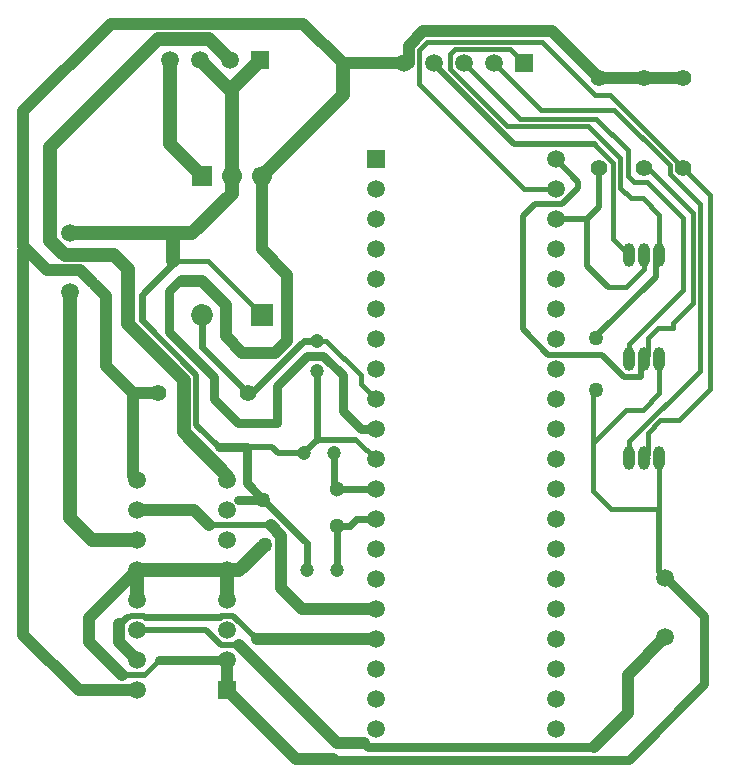
<source format=gtl>
G04*
G04 #@! TF.GenerationSoftware,Altium Limited,Altium Designer,18.0.9 (584)*
G04*
G04 Layer_Physical_Order=1*
G04 Layer_Color=255*
%FSLAX44Y44*%
%MOMM*%
G71*
G01*
G75*
%ADD12C,0.6000*%
%ADD13C,0.2540*%
%ADD29C,1.2000*%
%ADD30C,1.0000*%
%ADD31C,0.5000*%
%ADD32C,0.8000*%
%ADD33C,0.4000*%
%ADD34C,1.5000*%
%ADD35O,1.0000X2.0000*%
%ADD36O,1.0000X2.0000*%
%ADD37C,1.2000*%
%ADD38C,1.3000*%
%ADD39C,1.4000*%
%ADD40C,1.8500*%
%ADD41R,1.8500X1.8500*%
%ADD42R,1.7000X1.7000*%
%ADD43C,1.7000*%
%ADD44R,1.5000X1.5000*%
%ADD45C,1.5000*%
%ADD46R,1.5000X1.5000*%
%ADD47C,1.2700*%
D12*
X121920Y377506D02*
X122205Y377221D01*
X121920Y377506D02*
Y398310D01*
X258986Y359410D02*
X270510D01*
X214536Y314960D02*
X258986Y359410D01*
X212090Y314960D02*
X214536D01*
X172720Y354330D02*
X212090Y314960D01*
X172720Y354330D02*
Y381000D01*
X121920Y398310D02*
X149460Y425850D01*
X124414Y125730D02*
X188006D01*
X102870Y119380D02*
X109220Y125730D01*
X270510Y275590D02*
Y334010D01*
X284480Y236480D02*
Y264160D01*
X287020Y233940D02*
X319780D01*
X303530Y208280D02*
X320040D01*
X298190Y202940D02*
X303530Y208280D01*
X287020Y202940D02*
X298190D01*
X287020Y165100D02*
Y202940D01*
X261620Y165100D02*
Y187960D01*
X224790Y224790D02*
X261620Y187960D01*
D13*
X81915Y407035D02*
X83820Y408940D01*
X80010D02*
X83820D01*
X21590Y435610D02*
Y439420D01*
X284480Y236480D02*
X287020Y233940D01*
X319780D02*
X320040Y233680D01*
X472440Y462280D02*
Y468630D01*
X547370Y260350D02*
X551260D01*
X198120Y570230D02*
Y572770D01*
D29*
X204470Y165100D02*
X226060Y186690D01*
X194310Y165100D02*
X204470D01*
X292100Y567690D02*
Y594360D01*
X223520Y499110D02*
X292100Y567690D01*
X194310Y241300D02*
Y245110D01*
X157480Y281940D02*
X194310Y245110D01*
X157480Y281940D02*
Y326390D01*
X110490Y373380D02*
X157480Y326390D01*
X148590Y450450D02*
X164700D01*
X60960D02*
X148590D01*
Y426720D02*
Y450450D01*
X164700D02*
X198120Y483870D01*
Y499110D01*
X56626Y432100D02*
X98760D01*
X44450Y444276D02*
X56626Y432100D01*
X44450Y444276D02*
Y523240D01*
X135890Y614680D01*
X98760Y432100D02*
X110490Y420370D01*
Y373380D02*
Y420370D01*
X118110Y139700D02*
Y165100D01*
X194310D01*
X198120Y572770D02*
X222250Y596900D01*
X198120Y499110D02*
Y570230D01*
X171450Y596900D02*
X198120Y570230D01*
X179070Y614680D02*
X196850Y596900D01*
X135890Y614680D02*
X179070D01*
X194310Y139700D02*
Y165100D01*
X146050Y525780D02*
X172720Y499110D01*
X146050Y525780D02*
Y596900D01*
X80010Y190500D02*
X118110D01*
X60960Y209550D02*
X80010Y190500D01*
X60960Y209550D02*
Y400450D01*
D30*
X347870Y594360D02*
Y609518D01*
X258780Y627680D02*
X292100Y594360D01*
X95550Y627680D02*
X258780D01*
X21590Y553720D02*
X95550Y627680D01*
X114300Y245110D02*
X118110Y241300D01*
X114300Y245110D02*
Y314960D01*
X135890D01*
X91440Y337820D02*
X114300Y314960D01*
X547370Y581660D02*
X580390D01*
X509270D02*
X547370D01*
X469530Y621400D02*
X509270Y581660D01*
X359752Y621400D02*
X469530D01*
X347870Y609518D02*
X359752Y621400D01*
X344170Y594360D02*
X347870D01*
X292100D02*
X344170D01*
X533400Y76600D02*
X565150Y108350D01*
X533400Y44450D02*
Y76600D01*
X504390Y15440D02*
X533400Y44450D01*
X287020Y19050D02*
X310200D01*
X252730Y5080D02*
X284019D01*
X194310Y63500D02*
X252730Y5080D01*
X204310Y101760D02*
X287020Y19050D01*
X156210Y410210D02*
X172720D01*
X193040Y389890D01*
Y363220D02*
Y389890D01*
Y363220D02*
X207010Y349250D01*
X234684D01*
X245110Y359676D01*
Y415290D01*
X223520Y436880D02*
X245110Y415290D01*
X223520Y436880D02*
Y499110D01*
X81915Y407035D02*
X91440Y397510D01*
Y337820D02*
Y397510D01*
X69850Y419100D02*
X80010Y408940D01*
X41910Y419100D02*
X69850D01*
X21590Y439420D02*
Y553720D01*
Y439420D02*
X41910Y419100D01*
X166370Y215900D02*
X179070Y203200D01*
X118110Y215900D02*
X166370D01*
X231140Y203200D02*
X240030Y194310D01*
Y149860D02*
Y194310D01*
X257810Y132080D02*
X320040D01*
X240030Y149860D02*
X257810Y132080D01*
X77470Y124460D02*
X118110Y165100D01*
X77470Y104140D02*
X105410Y76200D01*
X77470Y104140D02*
Y124460D01*
X68580Y63500D02*
X118110D01*
X21590Y110490D02*
X68580Y63500D01*
X21590Y110490D02*
Y435610D01*
X219664Y106680D02*
X320040D01*
X102870Y104140D02*
Y119380D01*
Y104140D02*
X118110Y88900D01*
X194310Y63500D02*
Y88900D01*
D31*
X121920Y376936D02*
X167980Y330876D01*
Y288411D02*
X187151Y269240D01*
X167980Y288411D02*
Y330876D01*
X506730Y361950D02*
Y363220D01*
X557410Y413900D01*
Y429140D01*
X560070Y431800D01*
X511821Y347820D02*
X530511Y329130D01*
X544710D01*
X437331Y525780D02*
X505977D01*
X369570Y593540D02*
X437331Y525780D01*
X369570Y593540D02*
Y594360D01*
X499110Y422910D02*
X516890Y405130D01*
X499110Y422910D02*
Y462280D01*
X509270Y472440D02*
Y505460D01*
X472440Y462280D02*
X499110D01*
X509270Y472440D01*
X466250Y347820D02*
X511821D01*
X477634Y475140D02*
X491444Y488950D01*
Y494076D01*
X472440Y513080D02*
X491444Y494076D01*
X454820Y475140D02*
X477634D01*
X544710Y329130D02*
Y341510D01*
X444500Y464820D02*
X454820Y475140D01*
X444500Y369570D02*
Y464820D01*
Y369570D02*
X466250Y347820D01*
X544710Y341510D02*
X547370Y344170D01*
X560070Y163430D02*
Y217170D01*
Y163430D02*
X565150Y158350D01*
X189116Y101760D02*
X204310D01*
X176576Y114300D02*
X189116Y101760D01*
X118110Y114300D02*
X176576D01*
X270510Y275590D02*
X303530D01*
X259080Y264160D02*
X270510Y275590D01*
X153670Y410210D02*
X156210D01*
X237490Y264160D02*
X259080D01*
X232410Y269240D02*
X237490Y264160D01*
X210820Y269240D02*
X232410D01*
X123304Y126840D02*
X124414Y125730D01*
X188006D02*
X189116Y126840D01*
X179070Y203200D02*
X231140D01*
X199504Y126840D02*
X219664Y106680D01*
X189116Y126840D02*
X199504D01*
X112916D02*
X123304D01*
X111806Y125730D02*
X112916Y126840D01*
X109220Y125730D02*
X111806D01*
X105410Y76200D02*
X124185D01*
D32*
X187151Y269240D02*
X210820D01*
X565585Y158785D02*
X598170Y126200D01*
X307340Y284480D02*
X320040D01*
X292100Y299720D02*
X307340Y284480D01*
X292100Y299720D02*
Y330154D01*
X275704Y346550D02*
X292100Y330154D01*
X261460Y346550D02*
X275704D01*
X236220Y321310D02*
X261460Y346550D01*
X236220Y289560D02*
Y321310D01*
X203200Y289560D02*
X236220D01*
X182880Y309880D02*
X203200Y289560D01*
X182880Y309880D02*
Y328570D01*
X144780Y366670D02*
X182880Y328570D01*
X598170Y68580D02*
Y126200D01*
X534030Y4440D02*
X598170Y68580D01*
X284660Y4440D02*
X534030D01*
X284019Y5080D02*
X284660Y4440D01*
X313810Y15440D02*
X504390D01*
X310200Y19050D02*
X313810Y15440D01*
X144780Y401320D02*
X153670Y410210D01*
X144780Y366670D02*
Y401320D01*
X210820Y238760D02*
Y269240D01*
Y238760D02*
X224790Y224790D01*
X203200D02*
X224790D01*
X136885Y88900D02*
X194310D01*
D33*
X303530Y275590D02*
X320040Y259080D01*
X307340Y322580D02*
X320040Y309880D01*
X307340Y322580D02*
Y330200D01*
X278130Y359410D02*
X307340Y330200D01*
X270510Y359410D02*
X278130D01*
X386690Y606400D02*
X433730D01*
X430933Y541370D02*
X499580D01*
X433730Y606400D02*
X445770Y594360D01*
X382930Y602640D02*
X386690Y606400D01*
X460750Y612400D02*
X505460Y567690D01*
X356870Y605790D02*
X363480Y612400D01*
X460750D01*
X382930Y589373D02*
Y602640D01*
Y589373D02*
X430933Y541370D01*
X499580D02*
X526810Y514140D01*
Y489190D02*
Y514140D01*
Y489190D02*
X535940Y480060D01*
X533400Y499300D02*
Y520700D01*
Y499300D02*
X538780Y493920D01*
X506730Y547370D02*
X533400Y520700D01*
X441960Y547370D02*
X506730D01*
X459740Y554990D02*
X521970D01*
X568850Y508110D01*
X520810Y445660D02*
Y510240D01*
X538780Y493920D02*
X550020D01*
X547370Y505460D02*
X550094D01*
X505977Y525073D02*
X520810Y510240D01*
Y445660D02*
X534670Y431800D01*
X535940Y480060D02*
X546219D01*
X560070Y466209D01*
X505977Y525073D02*
Y525780D01*
X560070Y431800D02*
Y466209D01*
X516890Y405130D02*
X532130D01*
X547370Y420370D02*
Y431800D01*
X532130Y405130D02*
X547370Y420370D01*
X445770Y487680D02*
X472440D01*
X356870Y576580D02*
X445770Y487680D01*
X356870Y576580D02*
Y605790D01*
X505460Y567690D02*
X518160D01*
X420370Y594360D02*
X459740Y554990D01*
X394970Y594360D02*
X441960Y547370D01*
X518160Y567690D02*
X580390Y505460D01*
X534670Y356870D02*
X580390Y402590D01*
X550020Y493920D02*
X580390Y463550D01*
Y402590D02*
Y463550D01*
X550094Y505460D02*
X588200Y467354D01*
X534670Y344170D02*
Y356870D01*
X588200Y391119D02*
Y467354D01*
X571310Y374229D02*
X588200Y391119D01*
X571310Y370650D02*
Y374229D01*
X568850Y500680D02*
X594200Y475330D01*
X534670Y274320D02*
X594200Y333850D01*
Y475330D01*
X568850Y500680D02*
Y508110D01*
X580390Y505460D02*
X603250Y482600D01*
Y318770D02*
Y482600D01*
X558951Y370650D02*
X571310D01*
X550530Y362229D02*
X558951Y370650D01*
X550530Y347330D02*
Y362229D01*
X547370Y344170D02*
X550530Y347330D01*
X519430Y217170D02*
X560070D01*
X550530Y263510D02*
Y281695D01*
X576580Y292100D02*
X603250Y318770D01*
X560935Y292100D02*
X576580D01*
X550530Y281695D02*
X560935Y292100D01*
X547370Y260350D02*
X550530Y263510D01*
X534670Y260350D02*
Y274320D01*
X504190Y273050D02*
X532130Y300990D01*
X560070Y314960D02*
Y344170D01*
X546100Y300990D02*
X560070Y314960D01*
X532130Y300990D02*
X546100D01*
X504190Y273050D02*
Y314960D01*
Y232410D02*
Y273050D01*
Y314960D02*
X506730Y317500D01*
X504190Y232410D02*
X519430Y217170D01*
X177800Y426720D02*
X223520Y381000D01*
X148590Y426720D02*
X177800D01*
X148590D02*
X149460Y425850D01*
X124185Y76200D02*
X136885Y88900D01*
X560070Y217170D02*
Y260350D01*
D34*
X565150Y158350D02*
D03*
Y108350D02*
D03*
X60960Y450450D02*
D03*
Y400450D02*
D03*
X196850Y596900D02*
D03*
X171450D02*
D03*
X146050D02*
D03*
X420370Y594360D02*
D03*
X394970D02*
D03*
X369570D02*
D03*
X344170D02*
D03*
X320040Y487680D02*
D03*
Y462280D02*
D03*
Y436880D02*
D03*
Y411480D02*
D03*
Y386080D02*
D03*
Y360680D02*
D03*
Y335280D02*
D03*
Y309880D02*
D03*
Y284480D02*
D03*
Y259080D02*
D03*
Y233680D02*
D03*
Y208280D02*
D03*
Y182880D02*
D03*
Y157480D02*
D03*
Y132080D02*
D03*
Y106680D02*
D03*
Y81280D02*
D03*
Y55880D02*
D03*
Y30480D02*
D03*
X472440Y513080D02*
D03*
Y487680D02*
D03*
Y462280D02*
D03*
Y436880D02*
D03*
Y411480D02*
D03*
Y386080D02*
D03*
Y360680D02*
D03*
Y335280D02*
D03*
Y309880D02*
D03*
Y284480D02*
D03*
Y259080D02*
D03*
Y233680D02*
D03*
Y208280D02*
D03*
Y182880D02*
D03*
Y157480D02*
D03*
Y132080D02*
D03*
Y106680D02*
D03*
Y81280D02*
D03*
Y55880D02*
D03*
Y30480D02*
D03*
D35*
X560070Y260350D02*
D03*
X534670D02*
D03*
X560070Y344170D02*
D03*
X534670D02*
D03*
X560070Y431800D02*
D03*
X534670D02*
D03*
D36*
X547370Y260350D02*
D03*
Y344170D02*
D03*
Y431800D02*
D03*
D37*
X261620Y165100D02*
D03*
X287020D02*
D03*
X270510Y334010D02*
D03*
Y359410D02*
D03*
X259080Y264160D02*
D03*
X284480D02*
D03*
D38*
X287020Y202940D02*
D03*
Y233940D02*
D03*
D39*
X212090Y314960D02*
D03*
X135890D02*
D03*
X547370Y581660D02*
D03*
Y505460D02*
D03*
X580390Y581660D02*
D03*
Y505460D02*
D03*
X509270Y581660D02*
D03*
Y505460D02*
D03*
D40*
X172720Y381000D02*
D03*
D41*
X223520D02*
D03*
D42*
X172720Y499110D02*
D03*
D43*
X198120D02*
D03*
X223520D02*
D03*
D44*
X222250Y596900D02*
D03*
X445770Y594360D02*
D03*
X320040Y513080D02*
D03*
D45*
X118110Y241300D02*
D03*
Y215900D02*
D03*
Y190500D02*
D03*
Y165100D02*
D03*
Y139700D02*
D03*
Y114300D02*
D03*
Y88900D02*
D03*
Y63500D02*
D03*
X194310Y241300D02*
D03*
Y215900D02*
D03*
Y190500D02*
D03*
Y165100D02*
D03*
Y139700D02*
D03*
Y114300D02*
D03*
Y88900D02*
D03*
D46*
Y63500D02*
D03*
D47*
X506730Y317500D02*
D03*
Y361950D02*
D03*
X226060Y186690D02*
D03*
X224790Y224790D02*
D03*
M02*

</source>
